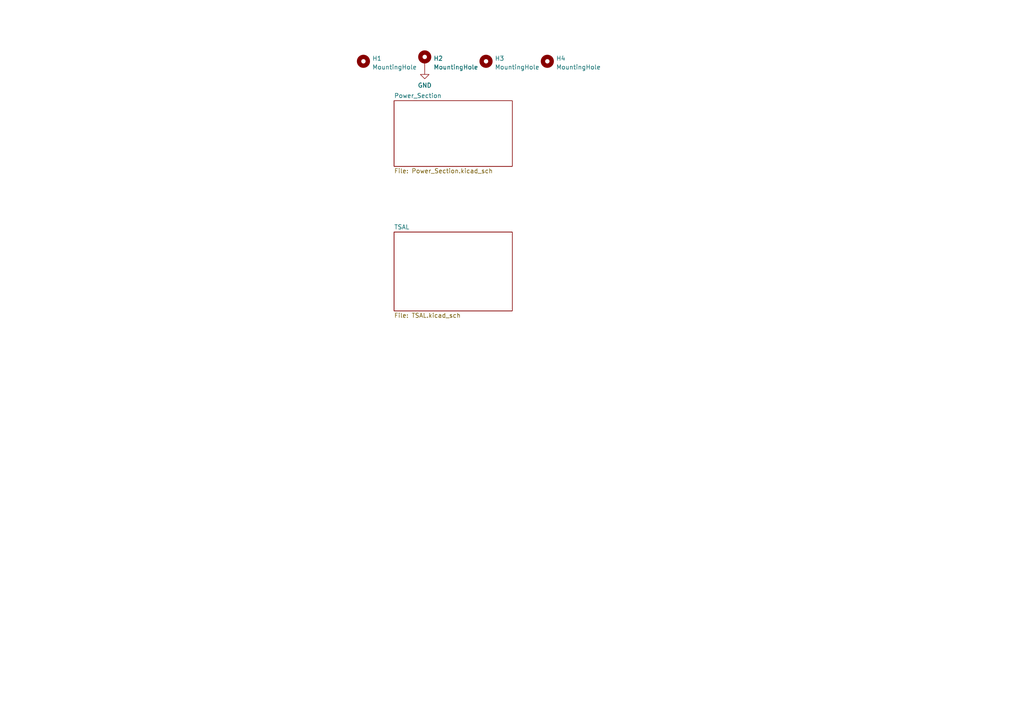
<source format=kicad_sch>
(kicad_sch (version 20230121) (generator eeschema)
  (paper "A4")
  (lib_symbols
    (symbol "Mechanical:MountingHole" (pin_names (offset 1.016))
      (property "Reference" "H" (at 0 5.08 0))
      (property "Value" "MountingHole" (at 0 3.175 0))
      (symbol "MountingHole_0_1"
        (circle (center 0 0) (radius 1.27) (stroke (width 1.27)))
      )
    )
    (symbol "Mechanical:MountingHole_Pad" (pin_numbers hide) (pin_names (offset 1.016) hide)
      (property "Reference" "H" (at 0 6.35 0))
      (property "Value" "MountingHole_Pad" (at 0 4.445 0))
      (symbol "MountingHole_Pad_0_1"
        (circle (center 0 1.27) (radius 1.27) (stroke (width 1.27)))
      )
      (symbol "MountingHole_Pad_1_1"
        (pin input line (at 0 -2.54 90) (length 2.54) (name "1") (number "1"))
      )
    )
    (symbol "power:GND" (power) (pin_names (offset 0))
      (property "Value" "GND" (at 0 -3.81 0))
      (symbol "GND_0_1"
        (polyline (pts (xy 0 0) (xy 0 -1.27) (xy 1.27 -1.27) (xy 0 -2.54) (xy -1.27 -1.27) (xy 0 -1.27)))
      )
      (symbol "GND_1_1"
        (pin power_in line (at 0 0 270) (length 0) hide (name "GND") (number "1"))
      )
    )
  )
  (symbol (lib_id "Mechanical:MountingHole") (at 105.41 17.78 0) (unit 1)
    (property "Reference" "H1" (at 107.95 16.9453 0) (effects (justify left)))
    (property "Value" "MountingHole" (at 107.95 19.4822 0) (effects (justify left)))
    (property "Footprint" "MountingHole:MountingHole_4.3mm_M4" (effects hide))
  )
  (symbol (lib_id "Mechanical:MountingHole") (at 140.97 17.78 0) (unit 1)
    (property "Reference" "H3" (at 143.51 16.9453 0) (effects (justify left)))
    (property "Value" "MountingHole" (at 143.51 19.4822 0) (effects (justify left)))
    (property "Footprint" "MountingHole:MountingHole_4.3mm_M4" (effects hide))
  )
  (symbol (lib_id "power:GND") (at 123.19 20.32 0) (unit 1)
    (property "Reference" "#PWR0121" (effects hide))
    (property "Value" "GND" (at 123.19 24.7634 0))
  )
  (symbol (lib_id "Mechanical:MountingHole_Pad") (at 123.19 17.78 0) (unit 1)
    (property "Reference" "H2" (at 125.73 16.9453 0) (effects (justify left)))
    (property "Value" "MountingHole" (at 125.73 19.4822 0) (effects (justify left)))
    (property "Footprint" "MountingHole:MountingHole_4.3mm_M4_Pad_Via" (effects hide))
  )
  (symbol (lib_id "Mechanical:MountingHole") (at 158.75 17.78 0) (unit 1)
    (property "Reference" "H4" (at 161.29 16.9453 0) (effects (justify left)))
    (property "Value" "MountingHole" (at 161.29 19.4822 0) (effects (justify left)))
    (property "Footprint" "MountingHole:MountingHole_4.3mm_M4" (effects hide))
  )
  (sheet (at 114.3 67.31) (size 34.29 22.86) (stroke (width 0.1524))
    (property "Sheetname" "TSAL" (at 114.3 66.5984 0) (effects (justify left bottom)))
    (property "Sheetfile" "TSAL.kicad_sch" (at 114.3 90.7546 0) (effects (justify left top)))
  )
  (sheet (at 114.3 29.21) (size 34.29 19.05) (stroke (width 0.1524))
    (property "Sheetname" "Power_Section" (at 114.3 28.4984 0) (effects (justify left bottom)))
    (property "Sheetfile" "Power_Section.kicad_sch" (at 114.3 48.8446 0) (effects (justify left top)))
  )
)
</source>
